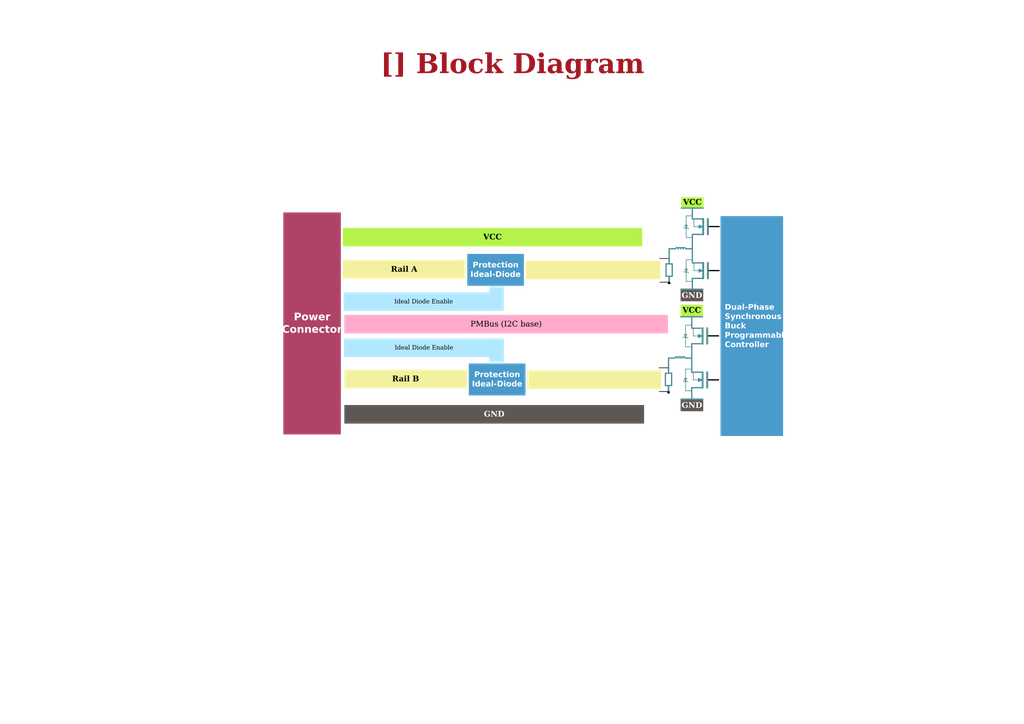
<source format=kicad_sch>
(kicad_sch (version 20230121) (generator eeschema)
  (paper "A3")
  (title_block (title "Block Diagram") (date "Last Modified Date") (rev "${REVISION}") (company "${COMPANY}"))
  (lib_symbols)
  (polyline (pts (xy 282.194 138.684) (xy 281.813 138.43)) (stroke (width 0.254) (color 74 138 145 1)))
  (polyline (pts (xy 283.972 89.789) (xy 283.972 85.344)) (stroke (width 0.508) (color 74 138 145 1)))
  (polyline (pts (xy 284.607 110.998) (xy 288.417 110.998)) (stroke (width 0.254) (color 74 138 145 1)))
  (polyline (pts (xy 270.3576 160.5788) (xy 274.1422 160.5788)) (stroke (width 0.25) (color 0 0 0 1)))
  (polyline (pts (xy 283.718 134.62) (xy 288.163 134.62)) (stroke (width 0.508) (color 74 138 145 1)))
  (polyline (pts (xy 283.718 163.703) (xy 279.273 163.703)) (stroke (width 0.508) (color 74 138 145 1)))
  (polyline (pts (xy 276.1234 146.8628) (xy 276.8854 146.8628)) (stroke (width 0.508) (color 74 138 145 1)))
  (polyline (pts (xy 280.67 137.16) (xy 281.178 138.43)) (stroke (width 0.254) (color 74 138 145 1)))
  (polyline (pts (xy 274.447 105.6894) (xy 274.447 108.2294)) (stroke (width 0.508) (color 74 138 145 1)))
  (polyline (pts (xy 290.068 152.654) (xy 290.068 159.004)) (stroke (width 0.762) (color 74 138 145 1)))
  (polyline (pts (xy 280.9494 146.8628) (xy 283.4894 146.8628)) (stroke (width 0.508) (color 74 138 145 1)))
  (polyline (pts (xy 274.447 107.2642) (xy 274.447 102.0318)) (stroke (width 0.508) (color 74 138 145 1)))
  (polyline (pts (xy 286.512 156.337) (xy 287.782 155.829)) (stroke (width 0.508) (color 74 138 145 1)))
  (polyline (pts (xy 280.67 155.194) (xy 281.178 156.464)) (stroke (width 0.254) (color 74 138 145 1)))
  (polyline (pts (xy 274.193 152.0952) (xy 274.193 146.8628)) (stroke (width 0.508) (color 74 138 145 1)))
  (polyline (pts (xy 290.322 107.823) (xy 290.322 114.173)) (stroke (width 0.762) (color 74 138 145 1)))
  (polyline (pts (xy 283.972 118.618) (xy 283.972 114.173)) (stroke (width 0.508) (color 74 138 145 1)))
  (polyline (pts (xy 286.512 138.303) (xy 286.512 137.287)) (stroke (width 0.508) (color 74 138 145 1)))
  (polyline (pts (xy 283.718 133.35) (xy 281.178 133.35)) (stroke (width 0.254) (color 74 138 145 1)))
  (polyline (pts (xy 280.67 137.16) (xy 281.686 137.16)) (stroke (width 0.254) (color 74 138 145 1)))
  (polyline (pts (xy 283.972 96.139) (xy 288.417 96.139)) (stroke (width 0.508) (color 74 138 145 1)))
  (polyline (pts (xy 286.766 111.506) (xy 288.036 110.998)) (stroke (width 0.508) (color 74 138 145 1)))
  (polyline (pts (xy 288.417 89.789) (xy 288.417 96.139)) (stroke (width 0.762) (color 74 138 145 1)))
  (polyline (pts (xy 274.447 102.0318) (xy 276.3266 102.0318)) (stroke (width 0.508) (color 74 138 145 1)))
  (polyline (pts (xy 284.353 155.829) (xy 284.353 152.654)) (stroke (width 0.254) (color 74 138 145 1)))
  (polyline (pts (xy 283.718 152.654) (xy 283.718 145.4912)) (stroke (width 0.508) (color 74 138 145 1)))
  (polyline (pts (xy 288.163 134.62) (xy 288.163 140.97)) (stroke (width 0.762) (color 74 138 145 1)))
  (polyline (pts (xy 283.718 159.004) (xy 288.163 159.004)) (stroke (width 0.508) (color 74 138 145 1)))
  (polyline (pts (xy 272.923 153.0604) (xy 272.923 158.1404)) (stroke (width 0.508) (color 74 138 145 1)))
  (polyline (pts (xy 270.2814 150.8506) (xy 274.066 150.8506)) (stroke (width 0.25) (color 0 0 0 1)))
  (polyline (pts (xy 286.766 93.472) (xy 288.036 92.964)) (stroke (width 0.508) (color 74 138 145 1)))
  (polyline (pts (xy 280.924 110.363) (xy 281.432 111.633)) (stroke (width 0.254) (color 74 138 145 1)))
  (polyline (pts (xy 280.924 92.329) (xy 281.94 92.329)) (stroke (width 0.254) (color 74 138 145 1)))
  (polyline (pts (xy 290.322 89.789) (xy 290.322 96.139)) (stroke (width 0.762) (color 74 138 145 1)))
  (polyline (pts (xy 275.717 108.2294) (xy 275.717 113.3094)) (stroke (width 0.508) (color 74 138 145 1)))
  (polyline (pts (xy 281.432 93.599) (xy 281.94 92.329)) (stroke (width 0.254) (color 74 138 145 1)))
  (polyline (pts (xy 283.972 114.173) (xy 288.417 114.173)) (stroke (width 0.508) (color 74 138 145 1)))
  (polyline (pts (xy 286.512 138.303) (xy 287.782 137.795)) (stroke (width 0.508) (color 74 138 145 1)))
  (polyline (pts (xy 280.924 92.329) (xy 281.432 93.599)) (stroke (width 0.254) (color 74 138 145 1)))
  (polyline (pts (xy 284.607 92.964) (xy 284.607 89.789)) (stroke (width 0.254) (color 74 138 145 1)))
  (polyline (pts (xy 283.718 163.449) (xy 283.718 159.004)) (stroke (width 0.508) (color 74 138 145 1)))
  (polyline (pts (xy 283.718 142.24) (xy 281.178 142.24)) (stroke (width 0.254) (color 74 138 145 1)))
  (polyline (pts (xy 281.432 115.443) (xy 281.432 106.553)) (stroke (width 0.254) (color 74 138 145 1)))
  (polyline (pts (xy 280.416 111.379) (xy 280.797 111.633)) (stroke (width 0.254) (color 74 138 145 1)))
  (polyline (pts (xy 286.766 93.472) (xy 286.766 92.456)) (stroke (width 0.508) (color 74 138 145 1)))
  (polyline (pts (xy 273.177 113.3094) (xy 275.717 113.3094)) (stroke (width 0.508) (color 74 138 145 1)))
  (polyline (pts (xy 288.417 85.344) (xy 283.972 85.344)) (stroke (width 0.508) (color 74 138 145 1)))
  (polyline (pts (xy 282.067 111.633) (xy 280.797 111.633)) (stroke (width 0.254) (color 74 138 145 1)))
  (polyline (pts (xy 280.162 138.176) (xy 280.543 138.43)) (stroke (width 0.254) (color 74 138 145 1)))
  (polyline (pts (xy 283.972 97.409) (xy 281.432 97.409)) (stroke (width 0.254) (color 74 138 145 1)))
  (polyline (pts (xy 281.813 138.43) (xy 280.543 138.43)) (stroke (width 0.254) (color 74 138 145 1)))
  (polyline (pts (xy 281.813 156.464) (xy 280.543 156.464)) (stroke (width 0.254) (color 74 138 145 1)))
  (polyline (pts (xy 272.923 158.1404) (xy 275.463 158.1404)) (stroke (width 0.508) (color 74 138 145 1)))
  (polyline (pts (xy 288.163 129.921) (xy 283.718 129.921)) (stroke (width 0.508) (color 74 138 145 1)))
  (polyline (pts (xy 273.177 108.2294) (xy 275.717 108.2294)) (stroke (width 0.508) (color 74 138 145 1)))
  (polyline (pts (xy 274.193 146.8628) (xy 276.0726 146.8628)) (stroke (width 0.508) (color 74 138 145 1)))
  (polyline (pts (xy 275.463 153.0604) (xy 275.463 158.1404)) (stroke (width 0.508) (color 74 138 145 1)))
  (polyline (pts (xy 272.923 153.0604) (xy 275.463 153.0604)) (stroke (width 0.508) (color 74 138 145 1)))
  (polyline (pts (xy 283.845 85.344) (xy 279.4 85.344)) (stroke (width 0.508) (color 74 138 145 1)))
  (polyline (pts (xy 282.448 93.853) (xy 282.067 93.599)) (stroke (width 0.254) (color 74 138 145 1)))
  (polyline (pts (xy 283.718 152.654) (xy 288.163 152.654)) (stroke (width 0.508) (color 74 138 145 1)))
  (polyline (pts (xy 283.718 160.274) (xy 281.178 160.274)) (stroke (width 0.254) (color 74 138 145 1)))
  (polyline (pts (xy 283.972 89.789) (xy 288.417 89.789)) (stroke (width 0.508) (color 74 138 145 1)))
  (polyline (pts (xy 280.924 110.363) (xy 281.94 110.363)) (stroke (width 0.254) (color 74 138 145 1)))
  (polyline (pts (xy 283.972 106.553) (xy 281.432 106.553)) (stroke (width 0.254) (color 74 138 145 1)))
  (polyline (pts (xy 283.972 107.823) (xy 288.417 107.823)) (stroke (width 0.508) (color 74 138 145 1)))
  (polyline (pts (xy 281.432 111.633) (xy 281.94 110.363)) (stroke (width 0.254) (color 74 138 145 1)))
  (polyline (pts (xy 281.432 97.409) (xy 281.432 88.519)) (stroke (width 0.254) (color 74 138 145 1)))
  (polyline (pts (xy 283.718 145.415) (xy 283.718 140.97)) (stroke (width 0.508) (color 74 138 145 1)))
  (polyline (pts (xy 283.718 118.618) (xy 279.273 118.618)) (stroke (width 0.508) (color 74 138 145 1)))
  (polyline (pts (xy 281.2034 102.0318) (xy 283.7434 102.0318)) (stroke (width 0.508) (color 74 138 145 1)))
  (polyline (pts (xy 288.036 92.964) (xy 286.766 92.456)) (stroke (width 0.508) (color 74 138 145 1)))
  (polyline (pts (xy 283.972 115.443) (xy 281.432 115.443)) (stroke (width 0.254) (color 74 138 145 1)))
  (polyline (pts (xy 284.607 110.998) (xy 284.607 107.823)) (stroke (width 0.254) (color 74 138 145 1)))
  (polyline (pts (xy 287.782 137.795) (xy 286.512 137.287)) (stroke (width 0.508) (color 74 138 145 1)))
  (polyline (pts (xy 284.607 92.964) (xy 288.417 92.964)) (stroke (width 0.254) (color 74 138 145 1)))
  (polyline (pts (xy 281.178 156.464) (xy 281.686 155.194)) (stroke (width 0.254) (color 74 138 145 1)))
  (polyline (pts (xy 284.353 155.829) (xy 288.163 155.829)) (stroke (width 0.254) (color 74 138 145 1)))
  (polyline (pts (xy 283.718 140.97) (xy 288.163 140.97)) (stroke (width 0.508) (color 74 138 145 1)))
  (polyline (pts (xy 282.194 156.718) (xy 281.813 156.464)) (stroke (width 0.254) (color 74 138 145 1)))
  (polyline (pts (xy 288.29 163.703) (xy 283.845 163.703)) (stroke (width 0.508) (color 74 138 145 1)))
  (polyline (pts (xy 287.782 155.829) (xy 286.512 155.321)) (stroke (width 0.508) (color 74 138 145 1)))
  (polyline (pts (xy 288.417 107.823) (xy 288.417 114.173)) (stroke (width 0.762) (color 74 138 145 1)))
  (polyline (pts (xy 280.162 156.21) (xy 280.543 156.464)) (stroke (width 0.254) (color 74 138 145 1)))
  (polyline (pts (xy 288.29 118.618) (xy 283.845 118.618)) (stroke (width 0.508) (color 74 138 145 1)))
  (polyline (pts (xy 276.3774 102.0318) (xy 277.1394 102.0318)) (stroke (width 0.508) (color 74 138 145 1)))
  (polyline (pts (xy 274.193 150.5204) (xy 274.193 153.0604)) (stroke (width 0.508) (color 74 138 145 1)))
  (polyline (pts (xy 280.67 155.194) (xy 281.686 155.194)) (stroke (width 0.254) (color 74 138 145 1)))
  (polyline (pts (xy 286.766 111.506) (xy 286.766 110.49)) (stroke (width 0.508) (color 74 138 145 1)))
  (polyline (pts (xy 283.718 134.62) (xy 283.718 130.175)) (stroke (width 0.508) (color 74 138 145 1)))
  (polyline (pts (xy 284.353 137.795) (xy 288.163 137.795)) (stroke (width 0.254) (color 74 138 145 1)))
  (polyline (pts (xy 283.972 100.584) (xy 283.972 96.139)) (stroke (width 0.508) (color 74 138 145 1)))
  (polyline (pts (xy 283.591 129.921) (xy 279.146 129.921)) (stroke (width 0.508) (color 74 138 145 1)))
  (polyline (pts (xy 280.416 93.345) (xy 280.797 93.599)) (stroke (width 0.254) (color 74 138 145 1)))
  (polyline (pts (xy 282.067 93.599) (xy 280.797 93.599)) (stroke (width 0.254) (color 74 138 145 1)))
  (polyline (pts (xy 270.6116 115.7478) (xy 274.3962 115.7478)) (stroke (width 0.25) (color 0 0 0 1)))
  (polyline (pts (xy 281.178 142.24) (xy 281.178 133.35)) (stroke (width 0.254) (color 74 138 145 1)))
  (polyline (pts (xy 288.163 152.654) (xy 288.163 159.004)) (stroke (width 0.762) (color 74 138 145 1)))
  (polyline (pts (xy 282.448 111.887) (xy 282.067 111.633)) (stroke (width 0.254) (color 74 138 145 1)))
  (polyline (pts (xy 290.068 134.62) (xy 290.068 140.97)) (stroke (width 0.762) (color 74 138 145 1)))
  (polyline (pts (xy 284.353 137.795) (xy 284.353 134.62)) (stroke (width 0.254) (color 74 138 145 1)))
  (polyline (pts (xy 281.178 138.43) (xy 281.686 137.16)) (stroke (width 0.254) (color 74 138 145 1)))
  (polyline (pts (xy 283.718 151.384) (xy 281.178 151.384)) (stroke (width 0.254) (color 74 138 145 1)))
  (polyline (pts (xy 281.178 160.274) (xy 281.178 151.384)) (stroke (width 0.254) (color 74 138 145 1)))
  (polyline (pts (xy 283.972 107.823) (xy 283.972 100.6602)) (stroke (width 0.508) (color 74 138 145 1)))
  (polyline (pts (xy 273.177 108.2294) (xy 273.177 113.3094)) (stroke (width 0.508) (color 74 138 145 1)))
  (polyline (pts (xy 270.5354 106.0196) (xy 274.32 106.0196)) (stroke (width 0.25) (color 0 0 0 1)))
  (polyline (pts (xy 283.972 88.519) (xy 281.432 88.519)) (stroke (width 0.254) (color 74 138 145 1)))
  (polyline (pts (xy 288.036 110.998) (xy 286.766 110.49)) (stroke (width 0.508) (color 74 138 145 1)))
  (polyline (pts (xy 286.512 156.337) (xy 286.512 155.321)) (stroke (width 0.508) (color 74 138 145 1)))
  (rectangle (start 273.939 158.3944) (end 274.447 160.4518) (stroke (width 0.001) (color 74 138 145 1)) (fill (type color) (color 74 138 145 1)))
  (arc (start 278.4174 146.3548) (mid 278.7757 146.5042) (end 278.9254 146.8628) (stroke (width 0.508) (color 74 138 145 1)))
  (arc (start 279.9374 146.8588) (mid 280.0844 146.4963) (end 280.4454 146.3508) (stroke (width 0.508) (color 74 138 145 1)))
  (rectangle (start 274.193 113.5634) (end 274.701 115.6208) (stroke (width 0.001) (color 74 138 145 1)) (fill (type color) (color 74 138 145 1)))
  (arc (start 279.6874 101.5238) (mid 280.0452 101.674) (end 280.1954 102.0318) (stroke (width 0.508) (color 74 138 145 1)))
  (arc (start 278.6714 101.5238) (mid 279.0301 101.6731) (end 279.1794 102.0318) (stroke (width 0.508) (color 74 138 145 1)))
  (arc (start 277.3974 146.3588) (mid 277.7488 146.5141) (end 277.9054 146.8668) (stroke (width 0.508) (color 74 138 145 1)))
  (arc (start 277.6514 101.5278) (mid 278.0057 101.6815) (end 278.1594 102.0358) (stroke (width 0.508) (color 74 138 145 1)))
  (arc (start 278.9214 146.8588) (mid 279.0777 146.5096) (end 279.4294 146.3508) (stroke (width 0.508) (color 74 138 145 1)))
  (arc (start 280.4494 146.3548) (mid 280.8064 146.5049) (end 280.9574 146.8628) (stroke (width 0.508) (color 74 138 145 1)))
  (arc (start 279.4334 146.3548) (mid 279.7878 146.5063) (end 279.9414 146.8628) (stroke (width 0.508) (color 74 138 145 1)))
  (rectangle (start 290.5252 137.6172) (end 294.8432 137.8712) (stroke (width 0.25) (color 0 0 0 1)) (fill (type color) (color 0 0 0 1)))
  (arc (start 280.7034 101.5238) (mid 281.061 101.6742) (end 281.2114 102.0318) (stroke (width 0.508) (color 74 138 145 1)))
  (arc (start 280.1914 102.0278) (mid 280.3394 101.6678) (end 280.6994 101.5198) (stroke (width 0.508) (color 74 138 145 1)))
  (arc (start 276.8854 146.8628) (mid 277.0373 146.5064) (end 277.3934 146.3548) (stroke (width 0.508) (color 74 138 145 1)))
  (rectangle (start 273.812 160.5788) (end 274.574 161.2138) (stroke (width 0.25) (color 0 0 0 1)) (fill (type color) (color 0 0 0 1)))
  (arc (start 279.1754 102.0278) (mid 279.3298 101.6742) (end 279.6834 101.5198) (stroke (width 0.508) (color 74 138 145 1)))
  (arc (start 277.1394 102.0318) (mid 277.2927 101.6771) (end 277.6474 101.5238) (stroke (width 0.508) (color 74 138 145 1)))
  (rectangle (start 274.066 115.7478) (end 274.828 116.3828) (stroke (width 0.25) (color 0 0 0 1)) (fill (type color) (color 0 0 0 1)))
  (arc (start 278.1594 102.0278) (mid 278.3119 101.6723) (end 278.6674 101.5198) (stroke (width 0.508) (color 74 138 145 1)))
  (rectangle (start 290.4998 155.6766) (end 294.8178 155.9306) (stroke (width 0.25) (color 0 0 0 1)) (fill (type color) (color 0 0 0 1)))
  (rectangle (start 290.7792 92.7862) (end 295.0972 93.0402) (stroke (width 0.25) (color 0 0 0 1)) (fill (type color) (color 0 0 0 1)))
  (arc (start 277.9054 146.8588) (mid 278.0586 146.5049) (end 278.4134 146.3508) (stroke (width 0.508) (color 74 138 145 1)))
  (rectangle (start 290.7538 110.8456) (end 295.0718 111.0996) (stroke (width 0.25) (color 0 0 0 1)) (fill (type color) (color 0 0 0 1)))
  (text_box "GND" (at 141.224 166.116 0) (size 122.936 7.62) (stroke (width -0.0001)) (fill (type color) (color 93 88 84 1)) (effects (font (size 2.286 2.286) bold)))
  (text_box "" (at 215.646 106.934 0) (size 55.118 7.62) (stroke (width -0.0001)) (fill (type color) (color 243 240 160 1)) (effects (font (size 2.286 2.286) bold)))
  (text_box "VCC" (at 279.146 124.968 0) (size 9.144 4.699) (stroke (width -0.0001)) (fill (type color) (color 179 243 75 1)) (effects (font (size 2.286 2.286) bold)))
  (text_box "Ideal Diode Enable" (at 140.97 119.888 0) (size 65.532 7.62) (stroke (width -0.0001)) (fill (type color) (color 178 232 255 1)) (effects (font (size 1.778 1.778) italic)))
  (text_box "Power \nConnector \n" (at 116.205 87.122 0) (size 23.5966 91.059) (stroke (width -0.0001)) (fill (type color) (color 175 67 103 1)) (effects (font (size 3.048 3.048) bold)))
  (text_box "" (at 216.281 151.892 0) (size 54.864 7.62) (stroke (width -0.0001)) (fill (type color) (color 243 240 160 1)) (effects (font (size 2.286 2.286) bold)))
  (text_box "GND" (at 279.146 163.957 0) (size 9.271 4.699) (stroke (width -0.0001)) (fill (type color) (color 93 88 84 1)) (effects (font (size 2.286 2.286) bold)))
  (text_box "[${#}] ${TITLE}" (at 144.78 20.32 0) (size 130.81 12.7) (stroke (width -0.0001)) (effects (font (size 8 8) (thickness 1.2) bold)))
  (text_box "" (at 200.66 117.475 0) (size 5.969 9.906) (stroke (width -0.0001)) (fill (type color) (color 178 232 255 1)) (effects (font (size 1.778 1.778) italic)))
  (text_box "PMBus (I2C base)" (at 141.224 129.159 0) (size 132.715 7.62) (stroke (width -0.0001)) (fill (type color) (color 255 170 204 1)) (effects (font (size 2.286 2.286) italic)))
  (text_box "" (at 200.66 138.811 0) (size 5.969 9.906) (stroke (width -0.0001)) (fill (type color) (color 178 232 255 1)) (effects (font (size 1.778 1.778) italic)))
  (text_box "Protection\nIdeal-Diode" (at 191.643 104.14 0) (size 23.241 13.081) (stroke (width -0.0001)) (fill (type color) (color 74 155 203 1)) (effects (font (size 2.286 2.286) bold)))
  (text_box "VCC" (at 279.4 80.899 0) (size 9.144 4.191) (stroke (width -0.0001)) (fill (type color) (color 179 243 75 1)) (effects (font (size 2.286 2.286) bold)))
  (text_box "GND" (at 279.146 118.872 0) (size 9.271 4.699) (stroke (width -0.0001)) (fill (type color) (color 93 88 84 1)) (effects (font (size 2.286 2.286) bold)))
  (text_box "Dual-Phase \nSynchronous\nBuck\nProgrammable\nController" (at 295.529 88.646 0) (size 25.654 90.17) (stroke (width -0.0001)) (fill (type color) (color 74 155 203 1)) (effects (font (size 2.286 2.286) bold) (justify left)))
  (text_box "Ideal Diode Enable" (at 141.097 138.811 0) (size 65.532 7.62) (stroke (width -0.0001)) (fill (type color) (color 178 232 255 1)) (effects (font (size 1.778 1.778) italic)))
  (text_box "VCC" (at 140.589 93.472 0) (size 122.809 7.62) (stroke (width -0.0001)) (fill (type color) (color 179 243 75 1)) (effects (font (size 2.286 2.286) bold)))
  (text_box "Protection\nIdeal-Diode" (at 192.278 149.098 0) (size 23.241 13.081) (stroke (width -0.0001)) (fill (type color) (color 74 155 203 1)) (effects (font (size 2.286 2.286) bold)))
  (text_box "Rail B\n" (at 141.224 151.638 0) (size 50.292 7.62) (stroke (width -0.0001)) (fill (type color) (color 243 240 160 1)) (effects (font (size 2.286 2.286) bold)))
  (text_box "Rail A" (at 140.589 106.68 0) (size 50.292 7.62) (stroke (width -0.0001)) (fill (type color) (color 243 240 160 1)) (effects (font (size 2.286 2.286) bold)))
)
</source>
